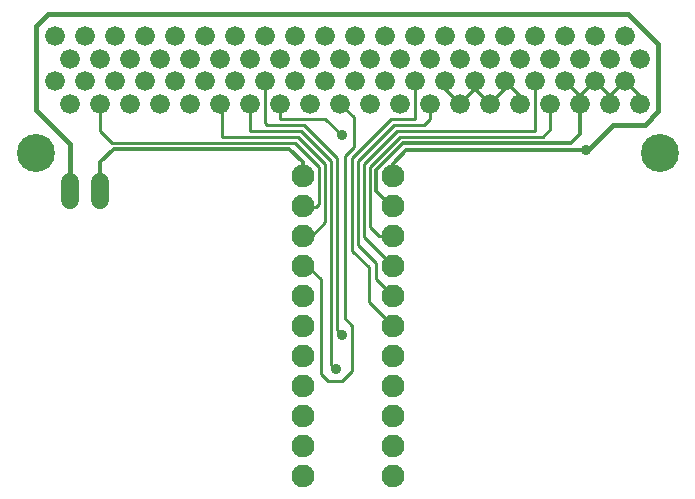
<source format=gbr>
G04 EAGLE Gerber RS-274X export*
G75*
%MOMM*%
%FSLAX34Y34*%
%LPD*%
%INTop Copper*%
%IPPOS*%
%AMOC8*
5,1,8,0,0,1.08239X$1,22.5*%
G01*
%ADD10C,1.676400*%
%ADD11C,1.930400*%
%ADD12C,1.508000*%
%ADD13C,3.216000*%
%ADD14C,0.254000*%
%ADD15C,0.906400*%
%ADD16C,0.304800*%
%ADD17C,0.406400*%


D10*
X-247650Y-46800D03*
X-234950Y-65900D03*
X-222250Y-46800D03*
X-209550Y-65900D03*
X-196850Y-46800D03*
X-184150Y-65900D03*
X-171450Y-46800D03*
X-158750Y-65900D03*
X-146050Y-46800D03*
X-133350Y-65900D03*
X-120650Y-46800D03*
X-107950Y-65900D03*
X-95250Y-46800D03*
X-82550Y-65900D03*
X-69850Y-46800D03*
X-57150Y-65900D03*
X-44450Y-46800D03*
X-31750Y-65900D03*
X-19050Y-46800D03*
X-6350Y-65900D03*
X6350Y-46800D03*
X19050Y-65900D03*
X31750Y-46800D03*
X44450Y-65900D03*
X57150Y-46800D03*
X69850Y-65900D03*
X82550Y-46800D03*
X95250Y-65900D03*
X107950Y-46800D03*
X120650Y-65900D03*
X133350Y-46800D03*
X146050Y-65900D03*
X158750Y-46800D03*
X171450Y-65900D03*
X184150Y-46800D03*
X196850Y-65900D03*
X209550Y-46800D03*
X222250Y-65900D03*
X234950Y-46800D03*
X247650Y-65900D03*
X247650Y-27800D03*
X234950Y-8700D03*
X222250Y-27800D03*
X209550Y-8700D03*
X196850Y-27800D03*
X184150Y-8700D03*
X171450Y-27800D03*
X158750Y-8700D03*
X146050Y-27800D03*
X133350Y-8700D03*
X120650Y-27800D03*
X107950Y-8700D03*
X95250Y-27800D03*
X82550Y-8700D03*
X69850Y-27800D03*
X57150Y-8700D03*
X44450Y-27800D03*
X31750Y-8700D03*
X19050Y-27800D03*
X6350Y-8700D03*
X-6350Y-27800D03*
X-19050Y-8700D03*
X-31750Y-27800D03*
X-44450Y-8700D03*
X-57150Y-27800D03*
X-69850Y-8700D03*
X-82550Y-27800D03*
X-95250Y-8700D03*
X-107950Y-27800D03*
X-120650Y-8700D03*
X-133350Y-27800D03*
X-146050Y-8700D03*
X-158750Y-27800D03*
X-171450Y-8700D03*
X-184150Y-27800D03*
X-196850Y-8700D03*
X-209550Y-27800D03*
X-222250Y-8700D03*
X-234950Y-27800D03*
X-247650Y-8700D03*
D11*
X-38100Y-127000D03*
X-38100Y-152400D03*
X-38100Y-177800D03*
X-38100Y-203200D03*
X-38100Y-228600D03*
X-38100Y-254000D03*
X-38100Y-279400D03*
X-38100Y-304800D03*
X-38100Y-330200D03*
X-38100Y-355600D03*
X-38100Y-381000D03*
X38100Y-127000D03*
X38100Y-152400D03*
X38100Y-177800D03*
X38100Y-203200D03*
X38100Y-228600D03*
X38100Y-254000D03*
X38100Y-279400D03*
X38100Y-304800D03*
X38100Y-330200D03*
X38100Y-355600D03*
X38100Y-381000D03*
D12*
X-234950Y-147240D02*
X-234950Y-132160D01*
X-209550Y-132160D02*
X-209550Y-147240D01*
D13*
X264160Y-107950D03*
X-264160Y-107950D03*
D14*
X-209550Y-88900D02*
X-209550Y-65900D01*
X-209550Y-88900D02*
X-199390Y-99060D01*
X-44450Y-99060D01*
X-24130Y-119380D01*
X-24130Y-151130D01*
X-26670Y-153670D01*
X-36830Y-153670D01*
X-38100Y-152400D01*
X-38100Y-177800D02*
X-30480Y-177800D01*
X-19050Y-166370D01*
X-19050Y-116840D01*
X-41910Y-93980D01*
X-106680Y-93980D01*
X-106680Y-67170D01*
X-107950Y-65900D01*
X-82550Y-65900D02*
X-82550Y-88900D01*
X-39370Y-88900D01*
X-13970Y-114300D01*
X-13970Y-287020D01*
X-10160Y-290830D01*
D15*
X-10160Y-290830D03*
D14*
X-69850Y-82550D02*
X-69850Y-46800D01*
X-69850Y-82550D02*
X-68580Y-83820D01*
X-36830Y-83820D01*
X-8890Y-111760D01*
X-8890Y-257810D01*
X-5080Y-261620D01*
D15*
X-5080Y-261620D03*
D14*
X-57150Y-78740D02*
X-57150Y-65900D01*
X-57150Y-78740D02*
X-19050Y-78740D01*
D15*
X-5080Y-92710D03*
D14*
X-19050Y-78740D01*
X-6350Y-65900D02*
X5080Y-77330D01*
X-34290Y-203200D02*
X-38100Y-203200D01*
X-34290Y-203200D02*
X-22860Y-214630D01*
X-22860Y-294640D01*
X-16510Y-300990D01*
X-5080Y-300990D01*
X3810Y-292100D01*
X3810Y-254000D01*
X-2540Y-247650D01*
X-2540Y-110490D01*
X5080Y-102870D01*
X5080Y-77330D01*
X57150Y-78740D02*
X57150Y-46800D01*
X57150Y-78740D02*
X36830Y-78740D01*
X3810Y-111760D01*
X3810Y-190500D01*
X17780Y-204470D01*
X17780Y-233680D01*
X38100Y-254000D01*
X69850Y-78740D02*
X69850Y-65900D01*
X69850Y-78740D02*
X64770Y-83820D01*
X39370Y-83820D01*
X8890Y-114300D01*
X8890Y-185420D01*
X24130Y-200660D01*
X24130Y-214630D01*
X38100Y-228600D01*
X158750Y-88900D02*
X158750Y-46800D01*
X158750Y-88900D02*
X41910Y-88900D01*
X13970Y-116840D01*
X13970Y-179070D01*
X38100Y-203200D01*
X171450Y-87630D02*
X171450Y-65900D01*
X171450Y-87630D02*
X165100Y-93980D01*
X44450Y-93980D01*
X19050Y-119380D01*
X19050Y-170180D01*
X26670Y-177800D01*
X38100Y-177800D01*
D16*
X146050Y-65900D02*
X146050Y-59500D01*
X133350Y-46800D01*
X120650Y-65900D02*
X107950Y-53200D01*
X133350Y-53200D02*
X133350Y-46800D01*
X133350Y-53200D02*
X120650Y-65900D01*
X107950Y-53200D02*
X107950Y-46800D01*
X107950Y-53200D02*
X95250Y-65900D01*
X82550Y-53200D02*
X82550Y-46800D01*
X82550Y-53200D02*
X95250Y-65900D01*
X38100Y-116840D02*
X38100Y-127000D01*
X38100Y-116840D02*
X49530Y-105410D01*
X201930Y-105410D01*
D17*
X237490Y10160D02*
X-254000Y10160D01*
X237490Y10160D02*
X262890Y-15240D01*
X262890Y-72390D01*
X251460Y-83820D01*
X224790Y-83820D01*
X203200Y-105410D01*
X-234950Y-100330D02*
X-234950Y-139700D01*
X-234950Y-100330D02*
X-264160Y-71120D01*
X-264160Y0D01*
X-254000Y10160D01*
X201930Y-105410D02*
X203200Y-105410D01*
D15*
X201930Y-105410D03*
D16*
X247650Y-59500D02*
X234950Y-46800D01*
X247650Y-59500D02*
X247650Y-65900D01*
X222250Y-59500D02*
X209550Y-46800D01*
X222250Y-59500D02*
X234950Y-46800D01*
X222250Y-59500D02*
X222250Y-65900D01*
X209550Y-46800D02*
X196850Y-59500D01*
X184150Y-46800D01*
X196850Y-59500D02*
X196850Y-65900D01*
X38100Y-152400D02*
X36830Y-152400D01*
X24130Y-139700D01*
X24130Y-121920D01*
X46990Y-99060D01*
X189230Y-99060D01*
X196850Y-91440D01*
X196850Y-65900D01*
X-38100Y-115570D02*
X-38100Y-127000D01*
X-38100Y-115570D02*
X-49530Y-104140D01*
X-198120Y-104140D01*
X-209550Y-115570D01*
X-209550Y-139700D01*
M02*

</source>
